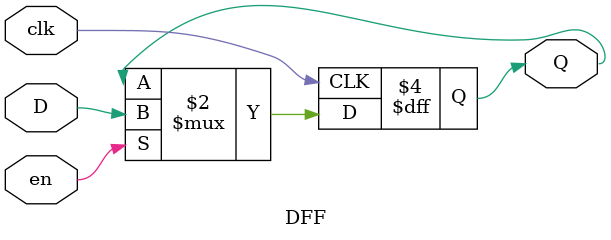
<source format=v>
`timescale 1ns / 1ps

module top(
    input clk,
    input btnU, btnD,
    input btnL, btnR,
    input [1:0] sw,
    output [1:0] led,
    output [0:0] JA
);

    wire duty_inc_coarse, duty_inc_fine, duty_dec_coarse, duty_dec_fine;

    localparam W = 8;
    reg [W-1:0] div_value = 'd10;
    reg [1:0] sw_old = 'd0;
    reg initialized = 'b0;
    reg [3:0] init_counter = 'b0;
    reg srst = 'b0;

    localparam real DUTY_CYCLE_NOMINAL = 0.5;
    localparam real DUTY_CYCLE_COARSE  = 0.1;
    localparam real DUTY_CYCLE_FINE    = 0.01;

    localparam integer DIV_VALUE_10MHZ = 10;
    localparam integer COUNTS_DUTY_NOMINAL_10MHZ    = DUTY_CYCLE_NOMINAL*DIV_VALUE_10MHZ;
    localparam integer COUNTS_DUTY_COARSE_10MHZ     = DUTY_CYCLE_COARSE *DIV_VALUE_10MHZ;
    localparam integer COUNTS_DUTY_FINE_10MHZ       = DUTY_CYCLE_FINE   *DIV_VALUE_10MHZ;

    localparam integer DIV_VALUE_5MHZ = 20;
    localparam integer COUNTS_DUTY_NOMINAL_5MHZ    = DUTY_CYCLE_NOMINAL*DIV_VALUE_5MHZ;
    localparam integer COUNTS_DUTY_COARSE_5MHZ     = DUTY_CYCLE_COARSE *DIV_VALUE_5MHZ;
    localparam integer COUNTS_DUTY_FINE_5MHZ       = 'd1;

    localparam integer DIV_VALUE_1MHZ = 100;
    localparam integer COUNTS_DUTY_NOMINAL_1MHZ    = DUTY_CYCLE_NOMINAL*DIV_VALUE_1MHZ;
    localparam integer COUNTS_DUTY_COARSE_1MHZ     = DUTY_CYCLE_COARSE *DIV_VALUE_1MHZ;
    localparam integer COUNTS_DUTY_FINE_1MHZ       = DUTY_CYCLE_FINE   *DIV_VALUE_1MHZ;

    reg [W-1:0] div_value_curr,
                counts_duty_nominal_curr,
                counts_duty_coarse_curr,
                counts_duty_fine_curr;

     always @(posedge clk) begin
        if (sw[1]) begin
            div_value_curr              <= DIV_VALUE_1MHZ;
            counts_duty_nominal_curr    <= COUNTS_DUTY_NOMINAL_1MHZ;
            counts_duty_coarse_curr     <= COUNTS_DUTY_COARSE_1MHZ;
            counts_duty_fine_curr       <= COUNTS_DUTY_FINE_1MHZ;
        end
        else if (sw[0]) begin
            div_value_curr              <= DIV_VALUE_5MHZ;
            counts_duty_nominal_curr    <= COUNTS_DUTY_NOMINAL_5MHZ;
            counts_duty_coarse_curr     <= COUNTS_DUTY_COARSE_5MHZ;
            counts_duty_fine_curr       <= COUNTS_DUTY_FINE_5MHZ;
        end
        else begin
            div_value_curr              <= DIV_VALUE_10MHZ;
            counts_duty_nominal_curr    <= COUNTS_DUTY_NOMINAL_10MHZ;
            counts_duty_coarse_curr     <= COUNTS_DUTY_COARSE_10MHZ;
            counts_duty_fine_curr       <= COUNTS_DUTY_FINE_10MHZ;
        end
        sw_old <= sw;
     end

     always @(posedge clk) begin
        if (initialized == 'b0) begin
            if (init_counter < 'd14) begin
                init_counter <= init_counter+1;
            end
            else begin
                initialized <= 'b1;
                srst <= 'b1;
            end
        end
        else begin
            if (sw_old != sw) srst <= 'b1;
        end
        if (srst) srst <= 'b0;
     end


    // debounce of buttons
     debounce u_debounce_inc_coarse(clk,btnU,duty_inc_coarse);
     debounce u_debounce_dec_coarse(clk,btnD,duty_dec_coarse);
     debounce u_debounce_inc_fine(clk,btnR,duty_inc_fine);
     debounce u_debounce_dec_fine(clk,btnL,duty_dec_fine);

    // PWM generator
    adhoc_generator#(.WIDTH(W))u_generator(
        .clk(clk),
        .srst(srst),
        .duty_coarse(counts_duty_coarse_curr),
        .duty_fine(counts_duty_fine_curr),
        .duty_nominal(counts_duty_nominal_curr),
        .div_value(div_value_curr),
        .duty_inc_coarse(duty_inc_coarse),
        .duty_inc_fine(duty_inc_fine),
        .duty_dec_coarse(duty_dec_coarse),
        .duty_dec_fine(duty_dec_fine),
        .PWM(JA[0])
    );

    assign led = sw;

endmodule

module debounce(
    input clk,
    input data_in,
    output data_out
);
    localparam DEBOUNCE_BITS = 23;

    reg [DEBOUNCE_BITS-1:0] debounce_counter;
    wire debounce_enable;
    wire tmp_1, tmp_2;

    // debounce enable generation, has period T_clk/2**DEBOUNCE_BITS
    always @(posedge clk) debounce_counter = debounce_counter + 'b1;
    assign debounce_enable = debounce_counter == 2**DEBOUNCE_BITS-1 ? 'b1 : 'b0;

    // debounce of buttons
     DFF u_DFF_inc_coarse(clk,debounce_enable,data_in,tmp_1);
     DFF u_DFF_dec_coarse(clk,debounce_enable,tmp_1,tmp_2);

     assign data_out = tmp_1 & (~ tmp_2) & debounce_enable;

endmodule

module DFF(
    input clk,
    input en,
    input D,
    output reg Q
);
    always @(posedge clk) begin
        if (en) Q <= D;
    end
endmodule

</source>
